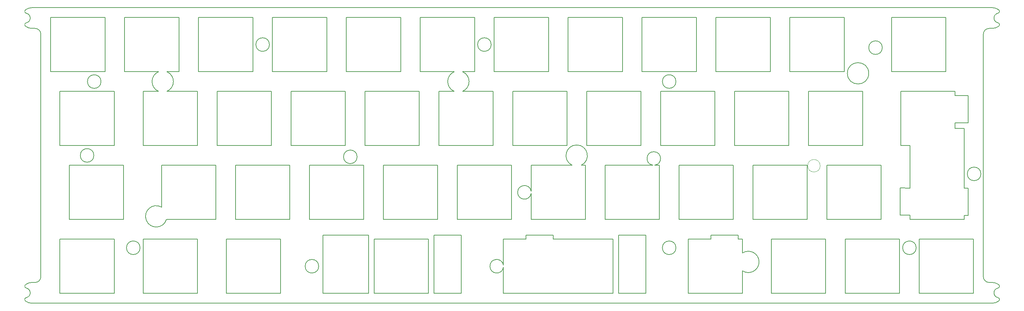
<source format=gbr>
G04 #@! TF.GenerationSoftware,KiCad,Pcbnew,(7.0.0)*
G04 #@! TF.CreationDate,2023-10-27T13:43:10+02:00*
G04 #@! TF.ProjectId,VAN plate,56414e20-706c-4617-9465-2e6b69636164,rev?*
G04 #@! TF.SameCoordinates,Original*
G04 #@! TF.FileFunction,Profile,NP*
%FSLAX46Y46*%
G04 Gerber Fmt 4.6, Leading zero omitted, Abs format (unit mm)*
G04 Created by KiCad (PCBNEW (7.0.0)) date 2023-10-27 13:43:10*
%MOMM*%
%LPD*%
G01*
G04 APERTURE LIST*
G04 #@! TA.AperFunction,Profile*
%ADD10C,0.200000*%
G04 #@! TD*
G04 #@! TA.AperFunction,Profile*
%ADD11C,0.100000*%
G04 #@! TD*
G04 APERTURE END LIST*
D10*
X24662500Y-31756250D02*
X272200000Y-31756250D01*
X42485488Y-50814955D02*
G75*
G03*
X42485488Y-50814955I-1750000J0D01*
G01*
X40643750Y-69850000D02*
G75*
G03*
X40643750Y-69850000I-1750000J0D01*
G01*
X175919250Y-105431250D02*
X175919250Y-90431250D01*
X105425000Y-67331250D02*
X91425000Y-67331250D01*
X115237500Y-86381250D02*
X129237500Y-86381250D01*
X267350000Y-105431250D02*
X253350000Y-105431250D01*
X262587500Y-61418250D02*
X265968750Y-61418250D01*
X243843750Y-42068750D02*
G75*
G03*
X243843750Y-42068750I-1750000J0D01*
G01*
X172387500Y-86381250D02*
X186387500Y-86381250D01*
X67612500Y-34281250D02*
X81612500Y-34281250D01*
X48562500Y-48281250D02*
X57299223Y-48281250D01*
X273632447Y-33204924D02*
G75*
G03*
X273842446Y-32319855I-97047J490474D01*
G01*
X91137500Y-72381250D02*
X77137500Y-72381250D01*
X159043250Y-91431250D02*
X174481250Y-91431250D01*
X176862500Y-34281250D02*
X176862500Y-48281250D01*
X59475780Y-48281250D02*
X62562500Y-48281250D01*
X181912500Y-34281250D02*
X195912500Y-34281250D01*
X250968750Y-86381250D02*
X264968750Y-86381250D01*
X153337917Y-79077354D02*
G75*
G03*
X153339199Y-79665089I-1731667J-297646D01*
G01*
X191437500Y-86381250D02*
X205437500Y-86381250D01*
X135678098Y-53331250D02*
G75*
G03*
X135675780Y-48281250I-1090599J2524500D01*
G01*
X271375000Y-37106250D02*
X272200000Y-37106250D01*
X265968750Y-54418250D02*
X262587500Y-54418250D01*
X186675000Y-67331250D02*
X186675000Y-53331250D01*
X72375000Y-53331250D02*
X86375000Y-53331250D01*
X215250000Y-91431250D02*
X229250000Y-91431250D01*
D11*
X227832938Y-72523707D02*
G75*
G03*
X227832938Y-72523707I-1614188J0D01*
G01*
D10*
X207818750Y-95005710D02*
X207818750Y-91431250D01*
X58087500Y-72381250D02*
X58083332Y-83177581D01*
X273632463Y-104055006D02*
G75*
G03*
X273632463Y-106507494I242437J-1226244D01*
G01*
X23230037Y-106507496D02*
G75*
G03*
X23020053Y-107392645I96996J-490492D01*
G01*
X262587500Y-53331250D02*
X248587500Y-53331250D01*
X57299223Y-48281250D02*
G75*
G03*
X57296906Y-53331250I1088277J-2525500D01*
G01*
X272200000Y-107956271D02*
G75*
G03*
X273842447Y-107392646I0J2674921D01*
G01*
X269875000Y-101106250D02*
G75*
G03*
X271375000Y-102606250I1500000J0D01*
G01*
X248300000Y-105431250D02*
X234300000Y-105431250D01*
X105425000Y-53331250D02*
X105425000Y-67331250D01*
X25487500Y-102606250D02*
G75*
G03*
X26987500Y-101106250I-1J1500001D01*
G01*
X57296906Y-53331250D02*
X53325000Y-53331250D01*
X234012500Y-48281250D02*
X220012500Y-48281250D01*
X124762500Y-34281250D02*
X138762500Y-34281250D01*
X229250000Y-105431250D02*
X215250000Y-105431250D01*
X86375000Y-53331250D02*
X86375000Y-67331250D01*
X72087500Y-86381250D02*
X72087500Y-72381250D01*
X135294250Y-105431250D02*
X128294250Y-105431250D01*
X134287500Y-86381250D02*
X148287500Y-86381250D01*
X153337500Y-86381250D02*
X167337500Y-86381250D01*
X138762500Y-34281250D02*
X138762500Y-48281250D01*
X23230037Y-35657496D02*
G75*
G03*
X23020053Y-36542645I96996J-490492D01*
G01*
X143812500Y-48281250D02*
X143812500Y-34281250D01*
X31893750Y-91431250D02*
X45893750Y-91431250D01*
X146193750Y-91431250D02*
X152043250Y-91431250D01*
X162575000Y-53331250D02*
X162575000Y-67331250D01*
X67325000Y-53331250D02*
X67325000Y-67331250D01*
X108485258Y-70217525D02*
G75*
G03*
X108485258Y-70217525I-1750000J0D01*
G01*
X128294250Y-90431250D02*
X135294250Y-90431250D01*
X58083331Y-83177582D02*
G75*
G03*
X59341662Y-86383916I-1368161J-2387021D01*
G01*
X48562500Y-34281250D02*
X62562500Y-34281250D01*
X67325000Y-67331250D02*
X53325000Y-67331250D01*
X205437500Y-72381250D02*
X191437500Y-72381250D01*
X86662500Y-34281250D02*
X100662500Y-34281250D01*
X23020053Y-36542646D02*
G75*
G03*
X24662500Y-37106250I1642465J2111450D01*
G01*
X148287500Y-86381250D02*
X148287500Y-72381250D01*
X99693750Y-105431250D02*
X99693750Y-90431250D01*
X148287500Y-72381250D02*
X134287500Y-72381250D01*
X135294250Y-90431250D02*
X135294250Y-105431250D01*
X133496906Y-53331250D02*
X129525000Y-53331250D01*
X23020053Y-103169854D02*
G75*
G03*
X23230037Y-104055005I307052J-394641D01*
G01*
X23020053Y-32319854D02*
G75*
G03*
X23230037Y-33205005I307052J-394641D01*
G01*
X29512500Y-34281250D02*
X43512500Y-34281250D01*
X250971229Y-85262205D02*
X250968750Y-86381250D01*
X265968750Y-85294250D02*
X265968750Y-78294250D01*
X62562500Y-34281250D02*
X62562500Y-48281250D01*
X23230037Y-35657495D02*
G75*
G03*
X23230037Y-33205005I-242537J1226245D01*
G01*
X205437500Y-86381250D02*
X205437500Y-72381250D01*
X159043250Y-90431250D02*
X159043250Y-91431250D01*
X23230037Y-106507495D02*
G75*
G03*
X23230037Y-104055005I-242537J1226245D01*
G01*
X185156469Y-72377676D02*
G75*
G03*
X184686172Y-72371568I-212669J1733926D01*
G01*
X91425000Y-67331250D02*
X91425000Y-53331250D01*
X219725000Y-67331250D02*
X205725000Y-67331250D01*
X250968750Y-76856250D02*
X250971229Y-78262205D01*
X53325000Y-91431250D02*
X67325000Y-91431250D01*
X110187500Y-72381250D02*
X96187500Y-72381250D01*
X111418250Y-90431250D02*
X111418250Y-105431250D01*
X264968750Y-78294250D02*
X264968750Y-76856250D01*
X246206250Y-34281250D02*
X260206250Y-34281250D01*
X143037500Y-41275000D02*
G75*
G03*
X143037500Y-41275000I-1750000J0D01*
G01*
X174481250Y-105431250D02*
X146193750Y-105431250D01*
X265968750Y-78294250D02*
X264968750Y-78294250D01*
X24662500Y-102606250D02*
G75*
G03*
X23020053Y-103169854I-44J-2674871D01*
G01*
X248300000Y-91431250D02*
X248300000Y-105431250D01*
X96187500Y-86381250D02*
X110187500Y-86381250D01*
X273632463Y-33205006D02*
G75*
G03*
X273632463Y-35657494I242437J-1226244D01*
G01*
X124762500Y-48281250D02*
X124762500Y-34281250D01*
X53325000Y-67331250D02*
X53325000Y-53331250D01*
X112856250Y-105431250D02*
X112856250Y-91431250D01*
X53325000Y-105431250D02*
X53325000Y-91431250D01*
X26987500Y-38606250D02*
G75*
G03*
X25487500Y-37106250I-1499965J35D01*
G01*
X91425000Y-53331250D02*
X105425000Y-53331250D01*
X143812500Y-34281250D02*
X157812500Y-34281250D01*
X48275000Y-86381250D02*
X48275000Y-72381250D01*
X67325000Y-105431250D02*
X53325000Y-105431250D01*
X229537500Y-72381250D02*
X229537500Y-86381250D01*
X126856250Y-105431250D02*
X112856250Y-105431250D01*
X253350000Y-91431250D02*
X267350000Y-91431250D01*
X243537500Y-72381250D02*
X229537500Y-72381250D01*
X24662500Y-107956250D02*
X272200000Y-107956250D01*
X206693750Y-91431250D02*
X206693750Y-90431250D01*
X191437500Y-72381250D02*
X191437500Y-86381250D01*
X229537500Y-86381250D02*
X243537500Y-86381250D01*
X86375000Y-67331250D02*
X72375000Y-67331250D01*
X31893750Y-67331250D02*
X31893750Y-53331250D01*
X119712500Y-48281250D02*
X105712500Y-48281250D01*
X152043250Y-90431250D02*
X159043250Y-90431250D01*
X105712500Y-34281250D02*
X119712500Y-34281250D01*
X48562500Y-48281250D02*
X48562500Y-34281250D01*
X126856250Y-91431250D02*
X126856250Y-105431250D01*
X200675000Y-53331250D02*
X200675000Y-67331250D01*
X105712500Y-48281250D02*
X105712500Y-34281250D01*
X252575000Y-93662500D02*
G75*
G03*
X252575000Y-93662500I-1750000J0D01*
G01*
X52550000Y-93662500D02*
G75*
G03*
X52550000Y-93662500I-1750000J0D01*
G01*
X186387500Y-72381250D02*
X185156467Y-72377663D01*
X119712500Y-34281250D02*
X119712500Y-48281250D01*
X253350000Y-105431250D02*
X253350000Y-91431250D01*
X152043250Y-91431250D02*
X152043250Y-90431250D01*
X162862500Y-34281250D02*
X176862500Y-34281250D01*
X110475000Y-53331250D02*
X124475000Y-53331250D01*
X273842460Y-103169837D02*
G75*
G03*
X272200000Y-102606250I-1642460J-2111513D01*
G01*
X34275000Y-86381250D02*
X48275000Y-86381250D01*
X272200000Y-37106271D02*
G75*
G03*
X273842447Y-36542646I0J2674921D01*
G01*
X205725000Y-53331250D02*
X219725000Y-53331250D01*
X96187500Y-72381250D02*
X96187500Y-86381250D01*
X74756250Y-105431250D02*
X74756250Y-91431250D01*
X148575000Y-67331250D02*
X148575000Y-53331250D01*
X133499223Y-48281250D02*
G75*
G03*
X133496906Y-53331250I1088277J-2525500D01*
G01*
X246206250Y-48281250D02*
X246206250Y-34281250D01*
X86662500Y-48281250D02*
X86662500Y-34281250D01*
X67612500Y-48281250D02*
X67612500Y-34281250D01*
X199693750Y-90431250D02*
X199693750Y-91431250D01*
X115237500Y-72381250D02*
X115237500Y-86381250D01*
X264968750Y-62856250D02*
X262587500Y-62856250D01*
X267350000Y-91431250D02*
X267350000Y-105431250D01*
X129525000Y-53331250D02*
X129525000Y-67331250D01*
X181912500Y-48281250D02*
X181912500Y-34281250D01*
X260206250Y-48281250D02*
X246206250Y-48281250D01*
X146188842Y-98130496D02*
G75*
G03*
X146197377Y-98664144I-1726342J-294503D01*
G01*
X31893750Y-53331250D02*
X45893750Y-53331250D01*
X24662500Y-31756250D02*
G75*
G03*
X23020053Y-32319854I-44J-2674871D01*
G01*
X77137500Y-72381250D02*
X77137500Y-86381250D01*
X88756250Y-105431250D02*
X74756250Y-105431250D01*
X167337500Y-86381250D02*
X167337500Y-72381250D01*
X111418250Y-105431250D02*
X99693750Y-105431250D01*
X176862500Y-48281250D02*
X162862500Y-48281250D01*
X91137500Y-86381250D02*
X91137500Y-72381250D01*
X224487500Y-72381250D02*
X210487500Y-72381250D01*
X135675780Y-48281250D02*
X138762500Y-48281250D01*
X214962500Y-34281250D02*
X214962500Y-48281250D01*
X207818751Y-99607590D02*
G75*
G03*
X207818750Y-95005710I1506079J2300940D01*
G01*
X262587500Y-62856250D02*
X262587500Y-61418250D01*
X265968750Y-61418250D02*
X265968750Y-54418250D01*
X24662500Y-37106250D02*
X25487500Y-37106250D01*
X271375000Y-37106250D02*
G75*
G03*
X269875000Y-38606250I100J-1500100D01*
G01*
X163875066Y-72381250D02*
X153337500Y-72381250D01*
X153339199Y-79665089D02*
X153337500Y-86381250D01*
X243537500Y-86381250D02*
X243537500Y-72381250D01*
X167625000Y-53331250D02*
X181625000Y-53331250D01*
X186387500Y-86381250D02*
X186387500Y-72381250D01*
X143525000Y-53331250D02*
X135678098Y-53331250D01*
X85887500Y-41275000D02*
G75*
G03*
X85887500Y-41275000I-1750000J0D01*
G01*
X23020053Y-107392646D02*
G75*
G03*
X24662500Y-107956250I1642465J2111450D01*
G01*
X224775000Y-67331250D02*
X224775000Y-53331250D01*
X112856250Y-91431250D02*
X126856250Y-91431250D01*
X248443750Y-78256250D02*
X250971229Y-78262205D01*
X129237500Y-86381250D02*
X129237500Y-72381250D01*
X167625000Y-67331250D02*
X167625000Y-53331250D01*
X273842497Y-36542710D02*
G75*
G03*
X273632463Y-35657495I-307097J394660D01*
G01*
X260206250Y-34281250D02*
X260206250Y-48281250D01*
X272200000Y-102606250D02*
X271375000Y-102606250D01*
X166274524Y-72381249D02*
G75*
G03*
X163875066Y-72381249I-1199729J2474499D01*
G01*
X234300000Y-105431250D02*
X234300000Y-91431250D01*
X72087500Y-72381250D02*
X58087500Y-72381250D01*
X250968750Y-67331250D02*
X250968750Y-72381250D01*
X134287500Y-72381250D02*
X134287500Y-86381250D01*
X224775000Y-53331250D02*
X238775000Y-53331250D01*
X45893750Y-91431250D02*
X45893750Y-105431250D01*
X220012500Y-34281250D02*
X234012500Y-34281250D01*
X269243750Y-74612500D02*
G75*
G03*
X269243750Y-74612500I-1750000J0D01*
G01*
X81612500Y-48281250D02*
X67612500Y-48281250D01*
X26987500Y-38606250D02*
X26987500Y-101106250D01*
X31893750Y-105431250D02*
X31893750Y-91431250D01*
X162575000Y-67331250D02*
X148575000Y-67331250D01*
X43512500Y-34281250D02*
X43512500Y-48281250D01*
X110187500Y-86381250D02*
X110187500Y-72381250D01*
X72375000Y-67331250D02*
X72375000Y-53331250D01*
X45893750Y-53331250D02*
X45893750Y-67331250D01*
X146193750Y-105431250D02*
X146197378Y-98664144D01*
X182919250Y-105431250D02*
X175919250Y-105431250D01*
X248443750Y-85256250D02*
X250971229Y-85262205D01*
X262587500Y-54418250D02*
X262587500Y-53331250D01*
X143525000Y-53331250D02*
X143525000Y-67331250D01*
X157812500Y-48281250D02*
X143812500Y-48281250D01*
X162862500Y-48281250D02*
X162862500Y-34281250D01*
X214962500Y-48281250D02*
X200962500Y-48281250D01*
X195912500Y-48281250D02*
X181912500Y-48281250D01*
X172387500Y-72381250D02*
X172387500Y-86381250D01*
X229250000Y-91431250D02*
X229250000Y-105431250D01*
X186675000Y-53331250D02*
X200675000Y-53331250D01*
X129237500Y-72381250D02*
X115237500Y-72381250D01*
X148575000Y-53331250D02*
X162575000Y-53331250D01*
X81612500Y-34281250D02*
X81612500Y-48281250D01*
X153337500Y-72381250D02*
X153337917Y-79077354D01*
X206693750Y-91431250D02*
X207818750Y-91431250D01*
X43512500Y-48281250D02*
X29512500Y-48281250D01*
X48275000Y-72381250D02*
X34275000Y-72381250D01*
X215250000Y-105431250D02*
X215250000Y-91431250D01*
X67325000Y-53331250D02*
X59478098Y-53331250D01*
X200962500Y-48281250D02*
X200962500Y-34281250D01*
X100662500Y-48281250D02*
X86662500Y-48281250D01*
X200962500Y-34281250D02*
X214962500Y-34281250D01*
X238775000Y-53331250D02*
X238775000Y-67331250D01*
X238775000Y-67331250D02*
X224775000Y-67331250D01*
X182919250Y-90431250D02*
X182919250Y-105431250D01*
X100662500Y-34281250D02*
X100662500Y-48281250D01*
X195912500Y-34281250D02*
X195912500Y-48281250D01*
X248587500Y-53331250D02*
X248587500Y-67331250D01*
X124475000Y-53331250D02*
X124475000Y-67331250D01*
X273842497Y-107392710D02*
G75*
G03*
X273632463Y-106507495I-307097J394660D01*
G01*
X190662500Y-50800000D02*
G75*
G03*
X190662500Y-50800000I-1750000J0D01*
G01*
X67325000Y-91431250D02*
X67325000Y-105431250D01*
X190662500Y-93662500D02*
G75*
G03*
X190662500Y-93662500I-1750000J0D01*
G01*
X210487500Y-86381250D02*
X224487500Y-86381250D01*
X264968750Y-85294250D02*
X265968750Y-85294250D01*
X264968750Y-86381250D02*
X264968750Y-85294250D01*
X199693750Y-90431250D02*
X206693750Y-90431250D01*
X175919250Y-90431250D02*
X182919250Y-90431250D01*
X264968750Y-76856250D02*
X264968750Y-72381250D01*
X220012500Y-48281250D02*
X220012500Y-34281250D01*
X234300000Y-91431250D02*
X248300000Y-91431250D01*
X143525000Y-67331250D02*
X129525000Y-67331250D01*
X248587500Y-67331250D02*
X250968750Y-67331250D01*
X124762500Y-48281250D02*
X133499223Y-48281250D01*
X210487500Y-72381250D02*
X210487500Y-86381250D01*
X207818750Y-105431250D02*
X207818750Y-99607592D01*
X193818750Y-105431250D02*
X193818750Y-91431250D01*
X45893750Y-105431250D02*
X31893750Y-105431250D01*
X181625000Y-67331250D02*
X167625000Y-67331250D01*
X110475000Y-67331250D02*
X110475000Y-53331250D01*
X224487500Y-86381250D02*
X224487500Y-72381250D01*
X248443750Y-78256250D02*
X248443750Y-85256250D01*
X59478098Y-53331250D02*
G75*
G03*
X59475780Y-48281250I-1090599J2524500D01*
G01*
X157812500Y-34281250D02*
X157812500Y-48281250D01*
X250968750Y-72381250D02*
X250968750Y-76856250D01*
X199693750Y-91431250D02*
X193818750Y-91431250D01*
X98587500Y-98425000D02*
G75*
G03*
X98587500Y-98425000I-1750000J0D01*
G01*
X29512500Y-48281250D02*
X29512500Y-34281250D01*
X77137500Y-86381250D02*
X91137500Y-86381250D01*
X174481250Y-91431250D02*
X174481250Y-105431250D01*
X184686172Y-72371568D02*
X172387500Y-72381250D01*
X219725000Y-53331250D02*
X219725000Y-67331250D01*
X74756250Y-91431250D02*
X88756250Y-91431250D01*
X269875000Y-101106250D02*
X269875000Y-38606250D01*
X146188843Y-98130496D02*
X146193750Y-91431250D01*
X34275000Y-72381250D02*
X34275000Y-86381250D01*
X234012500Y-34281250D02*
X234012500Y-48281250D01*
X59341663Y-86383916D02*
X72087500Y-86381250D01*
X167337500Y-72381250D02*
X166274524Y-72381250D01*
X264968750Y-72381250D02*
X264968750Y-62856250D01*
X25487500Y-102606250D02*
X24662500Y-102606250D01*
X240335488Y-48687944D02*
G75*
G03*
X240335488Y-48687944I-2750000J0D01*
G01*
X193818750Y-105431250D02*
X207818750Y-105431250D01*
X181625000Y-53331250D02*
X181625000Y-67331250D01*
X205725000Y-67331250D02*
X205725000Y-53331250D01*
X88756250Y-91431250D02*
X88756250Y-105431250D01*
X45893750Y-67331250D02*
X31893750Y-67331250D01*
X128294250Y-105431250D02*
X128294250Y-90431250D01*
X200675000Y-67331250D02*
X186675000Y-67331250D01*
X273632447Y-104054924D02*
G75*
G03*
X273842446Y-103169855I-97047J490474D01*
G01*
X273842460Y-32319837D02*
G75*
G03*
X272200000Y-31756250I-1642460J-2111513D01*
G01*
X99693750Y-90431250D02*
X111418250Y-90431250D01*
X124475000Y-67331250D02*
X110475000Y-67331250D01*
M02*

</source>
